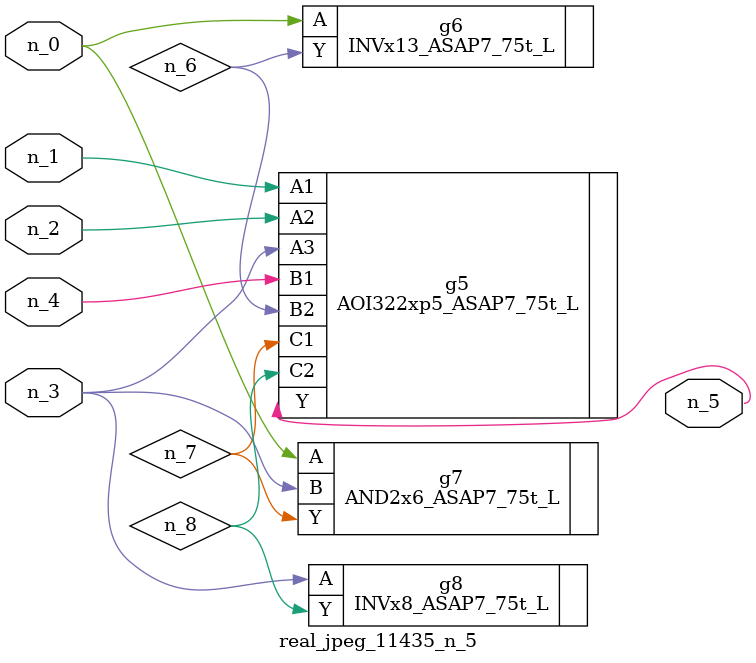
<source format=v>
module real_jpeg_11435_n_5 (n_4, n_0, n_1, n_2, n_3, n_5);

input n_4;
input n_0;
input n_1;
input n_2;
input n_3;

output n_5;

wire n_8;
wire n_6;
wire n_7;

INVx13_ASAP7_75t_L g6 ( 
.A(n_0),
.Y(n_6)
);

AND2x6_ASAP7_75t_L g7 ( 
.A(n_0),
.B(n_3),
.Y(n_7)
);

AOI322xp5_ASAP7_75t_L g5 ( 
.A1(n_1),
.A2(n_2),
.A3(n_3),
.B1(n_4),
.B2(n_6),
.C1(n_7),
.C2(n_8),
.Y(n_5)
);

INVx8_ASAP7_75t_L g8 ( 
.A(n_3),
.Y(n_8)
);


endmodule
</source>
